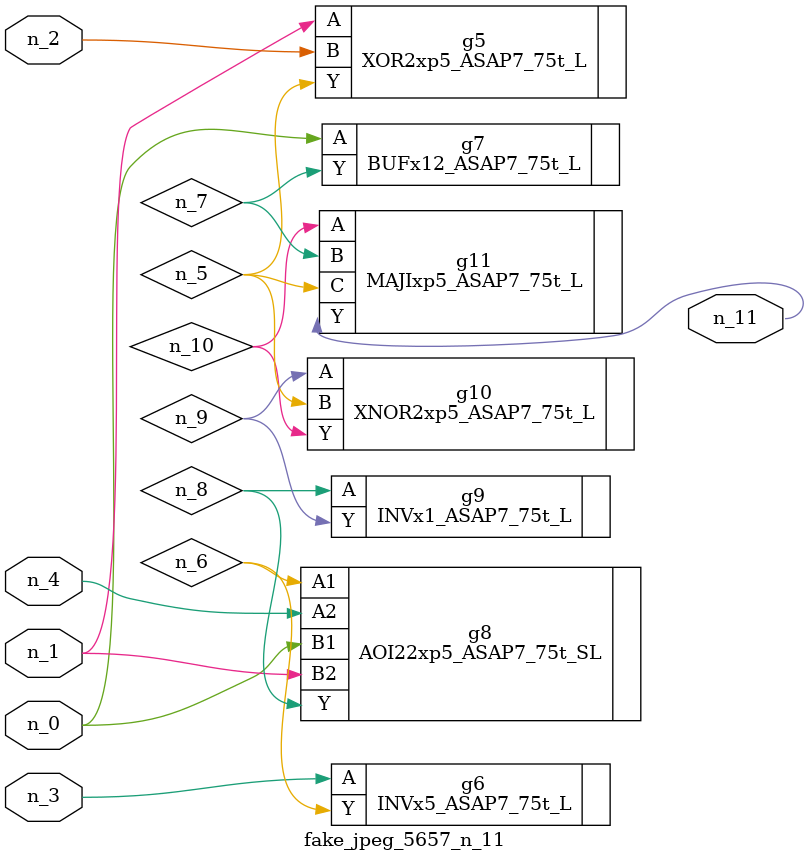
<source format=v>
module fake_jpeg_5657_n_11 (n_3, n_2, n_1, n_0, n_4, n_11);

input n_3;
input n_2;
input n_1;
input n_0;
input n_4;

output n_11;

wire n_10;
wire n_8;
wire n_9;
wire n_6;
wire n_5;
wire n_7;

XOR2xp5_ASAP7_75t_L g5 ( 
.A(n_1),
.B(n_2),
.Y(n_5)
);

INVx5_ASAP7_75t_L g6 ( 
.A(n_3),
.Y(n_6)
);

BUFx12_ASAP7_75t_L g7 ( 
.A(n_0),
.Y(n_7)
);

AOI22xp5_ASAP7_75t_SL g8 ( 
.A1(n_6),
.A2(n_4),
.B1(n_0),
.B2(n_1),
.Y(n_8)
);

INVx1_ASAP7_75t_L g9 ( 
.A(n_8),
.Y(n_9)
);

XNOR2xp5_ASAP7_75t_L g10 ( 
.A(n_9),
.B(n_5),
.Y(n_10)
);

MAJIxp5_ASAP7_75t_L g11 ( 
.A(n_10),
.B(n_7),
.C(n_5),
.Y(n_11)
);


endmodule
</source>
